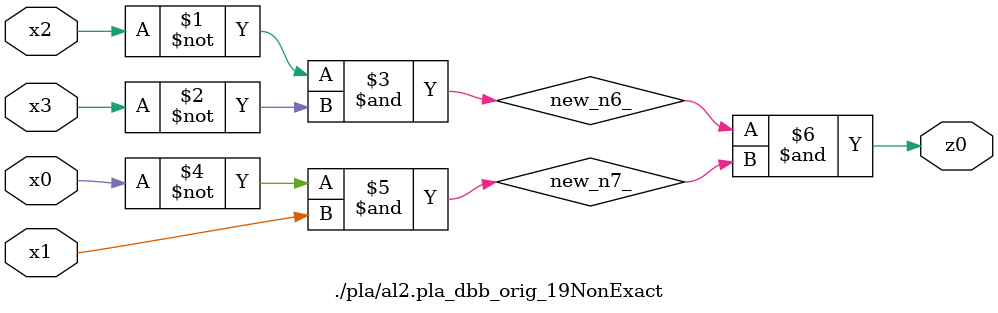
<source format=v>

module \./pla/al2.pla_dbb_orig_19NonExact  ( 
    x0, x1, x2, x3,
    z0  );
  input  x0, x1, x2, x3;
  output z0;
  wire new_n6_, new_n7_;
  assign new_n6_ = ~x2 & ~x3;
  assign new_n7_ = ~x0 & x1;
  assign z0 = new_n6_ & new_n7_;
endmodule



</source>
